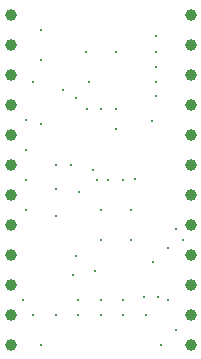
<source format=gbr>
%TF.GenerationSoftware,KiCad,Pcbnew,5.1.4-e60b266~84~ubuntu19.04.1*%
%TF.CreationDate,2020-03-24T20:34:02+00:00*%
%TF.ProjectId,ProMicro_LORA,50726f4d-6963-4726-9f5f-4c4f52412e6b,v1.1*%
%TF.SameCoordinates,Original*%
%TF.FileFunction,Plated,1,2,PTH,Drill*%
%TF.FilePolarity,Positive*%
%FSLAX46Y46*%
G04 Gerber Fmt 4.6, Leading zero omitted, Abs format (unit mm)*
G04 Created by KiCad (PCBNEW 5.1.4-e60b266~84~ubuntu19.04.1) date 2020-03-24 20:34:02*
%MOMM*%
%LPD*%
G04 APERTURE LIST*
%TA.AperFunction,ViaDrill*%
%ADD10C,0.200000*%
%TD*%
%TA.AperFunction,ViaDrill*%
%ADD11C,0.300000*%
%TD*%
%TA.AperFunction,ComponentDrill*%
%ADD12C,1.000000*%
%TD*%
G04 APERTURE END LIST*
D10*
X129540000Y-85471000D03*
X130810000Y-90932000D03*
X132308406Y-98272406D03*
X132524500Y-96647000D03*
X133931800Y-89385000D03*
X134112000Y-97917000D03*
X134264400Y-90170000D03*
X135255000Y-90170000D03*
X135890000Y-85852000D03*
X136525000Y-90170000D03*
X137536216Y-90149384D03*
X140970000Y-94361000D03*
D11*
X128016000Y-100330000D03*
X128270000Y-85090000D03*
X128270000Y-87630000D03*
X128270000Y-90170000D03*
X128270000Y-92710000D03*
X128905000Y-81915000D03*
X128905000Y-101600000D03*
X129540000Y-77470000D03*
X129540000Y-80010000D03*
X129540000Y-104140000D03*
X130810000Y-88900000D03*
X130810000Y-93218000D03*
X130810000Y-101600000D03*
X131445000Y-82550000D03*
X132080000Y-88900000D03*
X132562600Y-83248500D03*
X132715000Y-100330000D03*
X132715000Y-101600000D03*
X132778500Y-91249500D03*
X133350000Y-79375000D03*
X133477000Y-84201000D03*
X133667500Y-81915000D03*
X134620000Y-84201000D03*
X134620000Y-92710000D03*
X134620000Y-95250000D03*
X134620000Y-100330000D03*
X134620000Y-101600000D03*
X135890000Y-79375000D03*
X135890000Y-84201000D03*
X136525000Y-100330000D03*
X136525000Y-101600000D03*
X137160000Y-92710000D03*
X137160000Y-95250000D03*
X138303000Y-100076000D03*
X138430000Y-101600000D03*
X138938000Y-85217000D03*
X139065000Y-97155000D03*
X139319000Y-77978000D03*
X139319000Y-79375000D03*
X139319000Y-80645000D03*
X139319000Y-81915000D03*
X139319000Y-83058000D03*
X139446000Y-100076000D03*
X139700000Y-104140000D03*
X140335000Y-95948500D03*
X140335000Y-100330000D03*
X140970000Y-102870000D03*
X141605000Y-95250000D03*
D12*
%TO.C,A1*%
X127000000Y-76200000D03*
X127000000Y-78740000D03*
X127000000Y-81280000D03*
X127000000Y-83820000D03*
X127000000Y-86360000D03*
X127000000Y-88900000D03*
X127000000Y-91440000D03*
X127000000Y-93980000D03*
X127000000Y-96520000D03*
X127000000Y-99060000D03*
X127000000Y-101600000D03*
X127000000Y-104140000D03*
X142240000Y-76200000D03*
X142240000Y-78740000D03*
X142240000Y-81280000D03*
X142240000Y-83820000D03*
X142240000Y-86360000D03*
X142240000Y-88900000D03*
X142240000Y-91440000D03*
X142240000Y-93980000D03*
X142240000Y-96520000D03*
X142240000Y-99060000D03*
X142240000Y-101600000D03*
X142240000Y-104140000D03*
M02*

</source>
